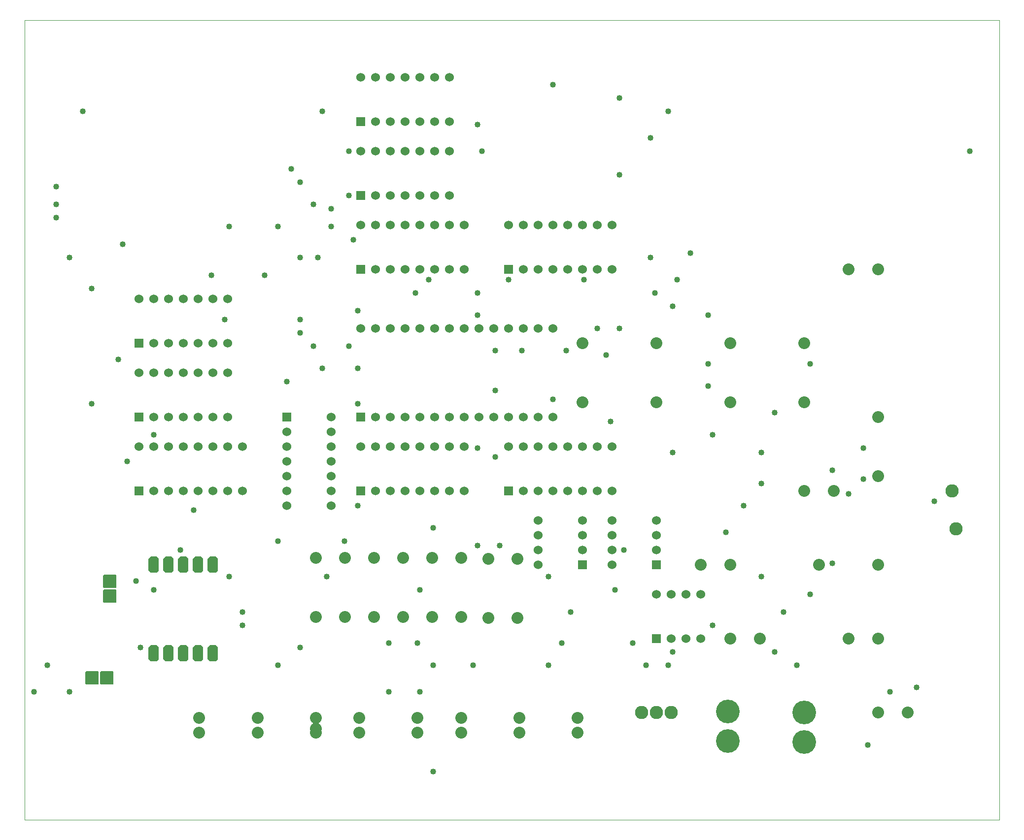
<source format=gbr>
G04 PROTEUS GERBER X2 FILE*
%TF.GenerationSoftware,Labcenter,Proteus,8.16-SP3-Build36097*%
%TF.CreationDate,2024-05-06T12:20:01+00:00*%
%TF.FileFunction,Soldermask,Bot*%
%TF.FilePolarity,Negative*%
%TF.Part,Single*%
%TF.SameCoordinates,{807a0646-054e-4b8c-a3a0-1762012dc6c7}*%
%FSLAX45Y45*%
%MOMM*%
G01*
%TA.AperFunction,Material*%
%ADD23C,1.016000*%
%TA.AperFunction,Material*%
%ADD24C,2.032000*%
%AMPPAD017*
4,1,36,
-0.635000,0.762000,
0.635000,0.762000,
0.660590,0.759420,
0.684430,0.752020,
0.706000,0.740310,
0.724800,0.724800,
0.740310,0.706000,
0.752020,0.684430,
0.759420,0.660590,
0.762000,0.635000,
0.762000,-0.635000,
0.759420,-0.660590,
0.752020,-0.684430,
0.740310,-0.706000,
0.724800,-0.724800,
0.706000,-0.740310,
0.684430,-0.752020,
0.660590,-0.759420,
0.635000,-0.762000,
-0.635000,-0.762000,
-0.660590,-0.759420,
-0.684430,-0.752020,
-0.706000,-0.740310,
-0.724800,-0.724800,
-0.740310,-0.706000,
-0.752020,-0.684430,
-0.759420,-0.660590,
-0.762000,-0.635000,
-0.762000,0.635000,
-0.759420,0.660590,
-0.752020,0.684430,
-0.740310,0.706000,
-0.724800,0.724800,
-0.706000,0.740310,
-0.684430,0.752020,
-0.660590,0.759420,
-0.635000,0.762000,
0*%
%TA.AperFunction,Material*%
%ADD25PPAD017*%
%ADD26C,1.524000*%
%AMPPAD019*
4,1,8,
0.509800,-1.397000,
-0.509800,-1.397000,
-0.889000,-1.017800,
-0.889000,1.017800,
-0.509800,1.397000,
0.509800,1.397000,
0.889000,1.017800,
0.889000,-1.017800,
0.509800,-1.397000,
0*%
%TA.AperFunction,Material*%
%ADD27PPAD019*%
%TA.AperFunction,Material*%
%ADD28C,4.064000*%
%TA.AperFunction,Material*%
%ADD29C,2.286000*%
%AMPPAD022*
4,1,36,
-1.143000,-1.016000,
-1.143000,1.016000,
-1.140420,1.041590,
-1.133020,1.065430,
-1.121310,1.087000,
-1.105800,1.105800,
-1.087000,1.121310,
-1.065430,1.133020,
-1.041590,1.140420,
-1.016000,1.143000,
1.016000,1.143000,
1.041590,1.140420,
1.065430,1.133020,
1.087000,1.121310,
1.105800,1.105800,
1.121310,1.087000,
1.133020,1.065430,
1.140420,1.041590,
1.143000,1.016000,
1.143000,-1.016000,
1.140420,-1.041590,
1.133020,-1.065430,
1.121310,-1.087000,
1.105800,-1.105800,
1.087000,-1.121310,
1.065430,-1.133020,
1.041590,-1.140420,
1.016000,-1.143000,
-1.016000,-1.143000,
-1.041590,-1.140420,
-1.065430,-1.133020,
-1.087000,-1.121310,
-1.105800,-1.105800,
-1.121310,-1.087000,
-1.133020,-1.065430,
-1.140420,-1.041590,
-1.143000,-1.016000,
0*%
%TA.AperFunction,Material*%
%ADD72PPAD022*%
%TA.AperFunction,Profile*%
%ADD21C,0.101600*%
%TD.AperFunction*%
D23*
X+3657600Y-2133600D03*
X-7086600Y-2209800D03*
X+5152000Y-711200D03*
X-1981200Y-1295400D03*
X-6096000Y-990600D03*
X+2438400Y+3429000D03*
X-1981200Y-5486400D03*
X-4648200Y-1524000D03*
X-4648200Y-3657600D03*
X+1219200Y+6096000D03*
X-1295400Y-3657600D03*
X-1219200Y-1600200D03*
X-1981200Y-3657600D03*
X+1219200Y+4775200D03*
X-5791200Y+3048000D03*
X-4876800Y+3048000D03*
X-8001000Y+5867400D03*
X-3886200Y+5867400D03*
X+1752600Y+3352800D03*
X+1752600Y+5410200D03*
X-3505200Y-1524000D03*
X-6324600Y-1676400D03*
X-7239000Y-152400D03*
X-6781800Y+304800D03*
X-7391400Y+1600200D03*
X+6324600Y-4038600D03*
X+228600Y-3276600D03*
X+1447800Y-3276600D03*
X-5486400Y+3886200D03*
X-4648200Y+3886200D03*
X-4495800Y+1219200D03*
X-4419600Y+4876800D03*
X+76200Y+6324600D03*
X-4038600Y+1828800D03*
X-6781800Y-2362200D03*
X-2209800Y-2362200D03*
X+3048000Y-1371600D03*
X+2743200Y+1143000D03*
X-914400Y+1066800D03*
X-3429000Y+1828800D03*
X+76200Y+914400D03*
X+304800Y+1752600D03*
X-457200Y+1752600D03*
X+2209800Y+2971800D03*
X+609600Y+2971800D03*
X-685800Y+2971800D03*
X+5867400Y-4114800D03*
X+4495800Y+1524000D03*
X+2743200Y+1524000D03*
X+2743200Y+2362200D03*
X+1219200Y+2133600D03*
X+838200Y+2133600D03*
X-914400Y+1752600D03*
X-1219200Y+5638800D03*
X+7239000Y+5181600D03*
X-1143000Y+5181600D03*
X-3733800Y+4191000D03*
X-8458200Y+4038600D03*
X-3276600Y+2438400D03*
X-7848600Y+2819400D03*
X-7848600Y+838200D03*
X-5257800Y-2971800D03*
X-5257800Y-2743200D03*
X+1828800Y+2743200D03*
X-2057400Y+2971800D03*
X+990600Y+1676400D03*
X-1219200Y+2362200D03*
X-1219200Y+2743200D03*
X-2286000Y+2743200D03*
X+3657600Y-533400D03*
X+3657600Y+0D03*
X+2133600Y+0D03*
X+2133600Y+2514600D03*
X-8610600Y-3657600D03*
X-8458200Y+4267200D03*
X-4038600Y+4267200D03*
X-3352800Y+3657600D03*
X+1066800Y+533400D03*
X+5410200Y+76200D03*
X-914400Y-76200D03*
X-838200Y-1600200D03*
X+4876800Y-304800D03*
X+5410200Y-457200D03*
X+6629400Y-838200D03*
X-2209800Y-4114800D03*
X-2743200Y-4114800D03*
X-2743200Y-3276600D03*
X-2250000Y-3276600D03*
X+4876800Y-1905000D03*
X+2819400Y-2971800D03*
X+1143000Y-2362200D03*
X+1295400Y-1676400D03*
X+5486400Y-5029200D03*
X+2819400Y+304800D03*
X+3886200Y-3429000D03*
X+2133600Y-3429000D03*
X+3886200Y+685800D03*
X+4495800Y-2438400D03*
X+0Y-2133600D03*
X+0Y-3657600D03*
X+1676400Y-3657600D03*
X+2057400Y-3657600D03*
X+4267200Y-3657600D03*
X+3352800Y-914400D03*
X+381000Y-2743200D03*
X+4038600Y-2743200D03*
X-7010400Y-3352800D03*
X-4267200Y+2057400D03*
X-4267200Y-3352800D03*
X-3810000Y-2133600D03*
X-5486400Y-2133600D03*
X-4267200Y+4648200D03*
X-4267200Y+3352800D03*
X-8229600Y+3352800D03*
X-8229600Y-4114800D03*
X-8839200Y-4114800D03*
X-8458200Y+4572000D03*
X-3429000Y+4419600D03*
X+2057400Y+5867400D03*
X-3276600Y-914400D03*
X-5562600Y+2286000D03*
X-4267200Y+2286000D03*
X-3276600Y+1447800D03*
X-3276600Y+838200D03*
X-3886200Y+1447800D03*
X-3733800Y+3886200D03*
X-1219200Y+76200D03*
X-3429000Y+5181600D03*
X-7315200Y+3581400D03*
X-3962400Y+3352800D03*
D24*
X-534482Y-1828882D03*
X-534482Y-2844882D03*
X-1034482Y-1828882D03*
X-1034482Y-2844882D03*
X-1500000Y-1810400D03*
X-1500000Y-2826400D03*
X-2000000Y-1810400D03*
X-2000000Y-2826400D03*
X-2500000Y-1810400D03*
X-2500000Y-2826400D03*
X-3000000Y-1810400D03*
X-3000000Y-2826400D03*
X-3500000Y-1810400D03*
X-3500000Y-2826400D03*
X-4000000Y-1810400D03*
X-4000000Y-2826400D03*
X+500000Y-4560400D03*
X+500000Y-4810400D03*
X-500000Y-4560400D03*
X-500000Y-4810400D03*
X-1500000Y-4560400D03*
X-1500000Y-4810400D03*
X-2250000Y-4560400D03*
X-2250000Y-4810400D03*
X-3250000Y-4560400D03*
X-3250000Y-4810400D03*
X-4000000Y-4560400D03*
X-4000000Y-4810400D03*
X-5000000Y-4560400D03*
X-5000000Y-4810400D03*
X-6000000Y-4560400D03*
X-6000000Y-4810400D03*
D25*
X-3230000Y+609600D03*
D26*
X-2976000Y+609600D03*
X-2722000Y+609600D03*
X-2468000Y+609600D03*
X-2214000Y+609600D03*
X-1960000Y+609600D03*
X-1706000Y+609600D03*
X-1452000Y+609600D03*
X-1198000Y+609600D03*
X-944000Y+609600D03*
X-690000Y+609600D03*
X-436000Y+609600D03*
X-182000Y+609600D03*
X+72000Y+609600D03*
X+72000Y+2133600D03*
X-182000Y+2133600D03*
X-436000Y+2133600D03*
X-690000Y+2133600D03*
X-944000Y+2133600D03*
X-1198000Y+2133600D03*
X-1452000Y+2133600D03*
X-1706000Y+2133600D03*
X-1960000Y+2133600D03*
X-2214000Y+2133600D03*
X-2468000Y+2133600D03*
X-2722000Y+2133600D03*
X-2976000Y+2133600D03*
X-3230000Y+2133600D03*
D27*
X-6532000Y-3454400D03*
X-6786000Y-3454400D03*
X-6532000Y-1930400D03*
X-6278000Y-3454400D03*
X-6278000Y-1930400D03*
X-6024000Y-1930400D03*
X-6786000Y-1930400D03*
X-5770000Y-1930400D03*
X-5770000Y-3454400D03*
X-6024000Y-3454400D03*
D25*
X-3230000Y-660400D03*
D26*
X-2976000Y-660400D03*
X-2722000Y-660400D03*
X-2468000Y-660400D03*
X-2214000Y-660400D03*
X-1960000Y-660400D03*
X-1706000Y-660400D03*
X-1452000Y-660400D03*
X-1452000Y+101600D03*
X-1706000Y+101600D03*
X-1960000Y+101600D03*
X-2214000Y+101600D03*
X-2468000Y+101600D03*
X-2722000Y+101600D03*
X-2976000Y+101600D03*
X-3230000Y+101600D03*
D25*
X-3230000Y+3149600D03*
D26*
X-2976000Y+3149600D03*
X-2722000Y+3149600D03*
X-2468000Y+3149600D03*
X-2214000Y+3149600D03*
X-1960000Y+3149600D03*
X-1706000Y+3149600D03*
X-1452000Y+3149600D03*
X-1452000Y+3911600D03*
X-1706000Y+3911600D03*
X-1960000Y+3911600D03*
X-2214000Y+3911600D03*
X-2468000Y+3911600D03*
X-2722000Y+3911600D03*
X-2976000Y+3911600D03*
X-3230000Y+3911600D03*
D25*
X-690000Y-660400D03*
D26*
X-436000Y-660400D03*
X-182000Y-660400D03*
X+72000Y-660400D03*
X+326000Y-660400D03*
X+580000Y-660400D03*
X+834000Y-660400D03*
X+1088000Y-660400D03*
X+1088000Y+101600D03*
X+834000Y+101600D03*
X+580000Y+101600D03*
X+326000Y+101600D03*
X+72000Y+101600D03*
X-182000Y+101600D03*
X-436000Y+101600D03*
X-690000Y+101600D03*
D25*
X-690000Y+3149600D03*
D26*
X-436000Y+3149600D03*
X-182000Y+3149600D03*
X+72000Y+3149600D03*
X+326000Y+3149600D03*
X+580000Y+3149600D03*
X+834000Y+3149600D03*
X+1088000Y+3149600D03*
X+1088000Y+3911600D03*
X+834000Y+3911600D03*
X+580000Y+3911600D03*
X+326000Y+3911600D03*
X+72000Y+3911600D03*
X-182000Y+3911600D03*
X-436000Y+3911600D03*
X-690000Y+3911600D03*
D25*
X-4500000Y+609600D03*
D26*
X-4500000Y+355600D03*
X-4500000Y+101600D03*
X-4500000Y-152400D03*
X-4500000Y-406400D03*
X-4500000Y-660400D03*
X-4500000Y-914400D03*
X-3738000Y-914400D03*
X-3738000Y-660400D03*
X-3738000Y-406400D03*
X-3738000Y-152400D03*
X-3738000Y+101600D03*
X-3738000Y+355600D03*
X-3738000Y+609600D03*
D25*
X-3230000Y+4419600D03*
D26*
X-2976000Y+4419600D03*
X-2722000Y+4419600D03*
X-2468000Y+4419600D03*
X-2214000Y+4419600D03*
X-1960000Y+4419600D03*
X-1706000Y+4419600D03*
X-1706000Y+5181600D03*
X-1960000Y+5181600D03*
X-2214000Y+5181600D03*
X-2468000Y+5181600D03*
X-2722000Y+5181600D03*
X-2976000Y+5181600D03*
X-3230000Y+5181600D03*
D25*
X-7040000Y-660400D03*
D26*
X-6786000Y-660400D03*
X-6532000Y-660400D03*
X-6278000Y-660400D03*
X-6024000Y-660400D03*
X-5770000Y-660400D03*
X-5516000Y-660400D03*
X-5262000Y-660400D03*
X-5262000Y+101600D03*
X-5516000Y+101600D03*
X-5770000Y+101600D03*
X-6024000Y+101600D03*
X-6278000Y+101600D03*
X-6532000Y+101600D03*
X-6786000Y+101600D03*
X-7040000Y+101600D03*
D25*
X-3230000Y+5689600D03*
D26*
X-2976000Y+5689600D03*
X-2722000Y+5689600D03*
X-2468000Y+5689600D03*
X-2214000Y+5689600D03*
X-1960000Y+5689600D03*
X-1706000Y+5689600D03*
X-1706000Y+6451600D03*
X-1960000Y+6451600D03*
X-2214000Y+6451600D03*
X-2468000Y+6451600D03*
X-2722000Y+6451600D03*
X-2976000Y+6451600D03*
X-3230000Y+6451600D03*
D25*
X-7040000Y+609600D03*
D26*
X-6786000Y+609600D03*
X-6532000Y+609600D03*
X-6278000Y+609600D03*
X-6024000Y+609600D03*
X-5770000Y+609600D03*
X-5516000Y+609600D03*
X-5516000Y+1371600D03*
X-5770000Y+1371600D03*
X-6024000Y+1371600D03*
X-6278000Y+1371600D03*
X-6532000Y+1371600D03*
X-6786000Y+1371600D03*
X-7040000Y+1371600D03*
D25*
X-7040000Y+1879600D03*
D26*
X-6786000Y+1879600D03*
X-6532000Y+1879600D03*
X-6278000Y+1879600D03*
X-6024000Y+1879600D03*
X-5770000Y+1879600D03*
X-5516000Y+1879600D03*
X-5516000Y+2641600D03*
X-5770000Y+2641600D03*
X-6024000Y+2641600D03*
X-6278000Y+2641600D03*
X-6532000Y+2641600D03*
X-6786000Y+2641600D03*
X-7040000Y+2641600D03*
D28*
X+3080000Y-4450400D03*
X+3080000Y-4958400D03*
X+4390000Y-4470400D03*
X+4390000Y-4978400D03*
D29*
X+2104000Y-4470400D03*
X+1850000Y-4470400D03*
X+1596000Y-4470400D03*
D25*
X+580000Y-1930400D03*
D26*
X+580000Y-1676400D03*
X+580000Y-1422400D03*
X+580000Y-1168400D03*
X-182000Y-1168400D03*
X-182000Y-1422400D03*
X-182000Y-1676400D03*
X-182000Y-1930400D03*
D25*
X+1850000Y-3200400D03*
D26*
X+2104000Y-3200400D03*
X+2358000Y-3200400D03*
X+2612000Y-3200400D03*
X+2612000Y-2438400D03*
X+2358000Y-2438400D03*
X+2104000Y-2438400D03*
X+1850000Y-2438400D03*
D25*
X+1850000Y-1930400D03*
D26*
X+1850000Y-1676400D03*
X+1850000Y-1422400D03*
X+1850000Y-1168400D03*
X+1088000Y-1168400D03*
X+1088000Y-1422400D03*
X+1088000Y-1676400D03*
X+1088000Y-1930400D03*
D72*
X-7540000Y-2470400D03*
X-7540000Y-2216400D03*
X-7840000Y-3870400D03*
X-7586000Y-3870400D03*
D24*
X+4390000Y+1879600D03*
X+4390000Y+863600D03*
X+3120000Y+1879600D03*
X+3120000Y+863600D03*
X+1850000Y+1879600D03*
X+1850000Y+863600D03*
X+580000Y+1879600D03*
X+580000Y+863600D03*
X+5660000Y+609600D03*
X+5660000Y-406400D03*
X+5660000Y-1930400D03*
X+4644000Y-1930400D03*
X+4390000Y-660400D03*
X+4898000Y-660400D03*
X+5660000Y+3149600D03*
X+5152000Y+3149600D03*
X+5660000Y-3200400D03*
X+5152000Y-3200400D03*
X+3120000Y-3200400D03*
X+3628000Y-3200400D03*
X+5660000Y-4470400D03*
X+6168000Y-4470400D03*
X+3120000Y-1930400D03*
X+2612000Y-1930400D03*
D29*
X+7000000Y-1310400D03*
X+6930000Y-660400D03*
D24*
X-4000000Y-4750000D03*
D21*
X-9000000Y-6310400D02*
X+7750000Y-6310400D01*
X+7750000Y+7439600D01*
X-9000000Y+7439600D01*
X-9000000Y-6310400D01*
M02*

</source>
